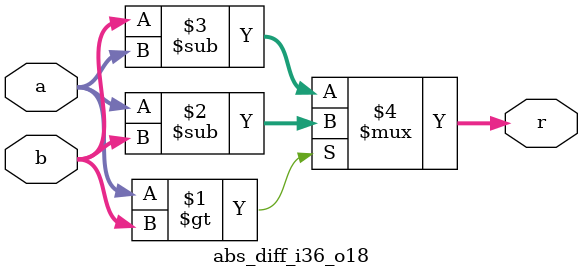
<source format=v>
module abs_diff_i36_o18(a,b,r);
input [17:0] a,b;
output [17:0] r;

assign r = (a>b) ? (a-b) : (b-a);

endmodule

</source>
